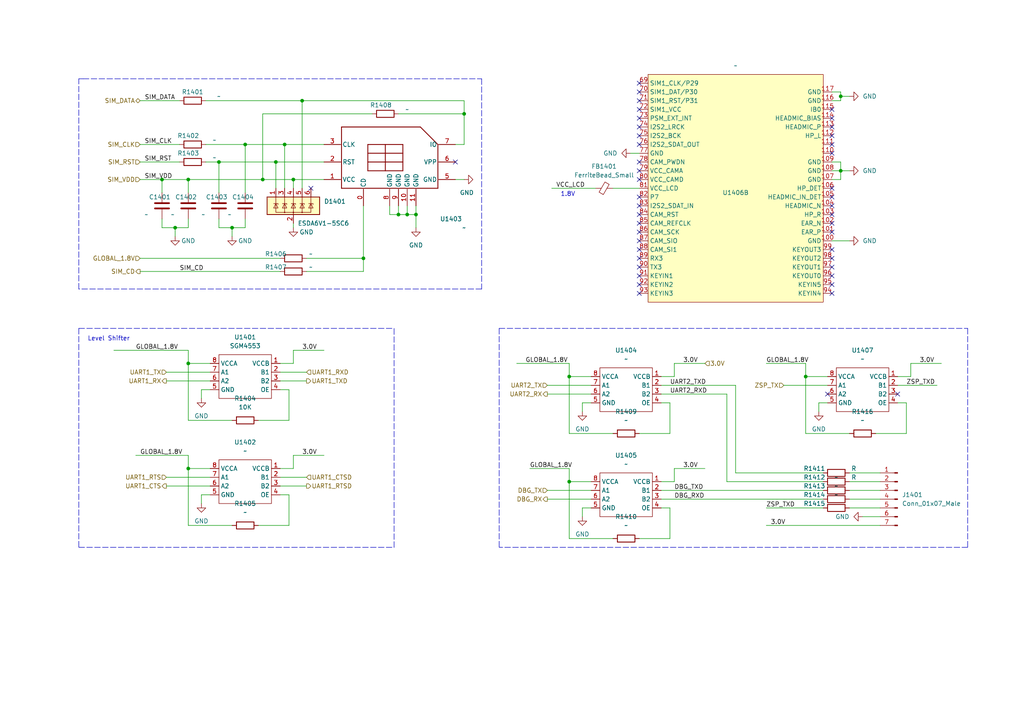
<source format=kicad_sch>
(kicad_sch (version 20211123) (generator eeschema)
  (paper "A4")
  (lib_symbols
    (symbol "Connector:Conn_01x07_Male" (pin_names (offset 1.016) hide)
      (property "Reference" "J" (at 0 10.16 0))
      (property "Value" "Conn_01x07_Male" (at 0 -10.16 0))
      (symbol "Conn_01x07_Male_1_1"
        (polyline (pts (xy 1.27 -7.62) (xy 0.8636 -7.62)) (stroke (width 0.1524)))
        (polyline (pts (xy 1.27 -5.08) (xy 0.8636 -5.08)) (stroke (width 0.1524)))
        (polyline (pts (xy 1.27 -2.54) (xy 0.8636 -2.54)) (stroke (width 0.1524)))
        (polyline (pts (xy 1.27 0) (xy 0.8636 0)) (stroke (width 0.1524)))
        (polyline (pts (xy 1.27 2.54) (xy 0.8636 2.54)) (stroke (width 0.1524)))
        (polyline (pts (xy 1.27 5.08) (xy 0.8636 5.08)) (stroke (width 0.1524)))
        (polyline (pts (xy 1.27 7.62) (xy 0.8636 7.62)) (stroke (width 0.1524)))
        (rectangle (start 0.8636 -7.493) (end 0 -7.747) (stroke (width 0.1524)) (fill (type outline)))
        (rectangle (start 0.8636 -4.953) (end 0 -5.207) (stroke (width 0.1524)) (fill (type outline)))
        (rectangle (start 0.8636 -2.413) (end 0 -2.667) (stroke (width 0.1524)) (fill (type outline)))
        (rectangle (start 0.8636 0.127) (end 0 -0.127) (stroke (width 0.1524)) (fill (type outline)))
        (rectangle (start 0.8636 2.667) (end 0 2.413) (stroke (width 0.1524)) (fill (type outline)))
        (rectangle (start 0.8636 5.207) (end 0 4.953) (stroke (width 0.1524)) (fill (type outline)))
        (rectangle (start 0.8636 7.747) (end 0 7.493) (stroke (width 0.1524)) (fill (type outline)))
        (pin passive line (at 5.08 7.62 180) (length 3.81) (name "Pin_1") (number "1"))
        (pin passive line (at 5.08 5.08 180) (length 3.81) (name "Pin_2") (number "2"))
        (pin passive line (at 5.08 2.54 180) (length 3.81) (name "Pin_3") (number "3"))
        (pin passive line (at 5.08 0 180) (length 3.81) (name "Pin_4") (number "4"))
        (pin passive line (at 5.08 -2.54 180) (length 3.81) (name "Pin_5") (number "5"))
        (pin passive line (at 5.08 -5.08 180) (length 3.81) (name "Pin_6") (number "6"))
        (pin passive line (at 5.08 -7.62 180) (length 3.81) (name "Pin_7") (number "7"))
      )
    )
    (symbol "Device:C" (pin_numbers hide) (pin_names (offset 0.254))
      (property "Reference" "C" (at 0.635 2.54 0))
      (property "Value" "C" (at 0.635 -2.54 0))
      (symbol "C_0_1"
        (polyline (pts (xy -2.032 -0.762) (xy 2.032 -0.762)) (stroke (width 0.508)))
        (polyline (pts (xy -2.032 0.762) (xy 2.032 0.762)) (stroke (width 0.508)))
      )
      (symbol "C_1_1"
        (pin passive line (at 0 3.81 270) (length 2.794) (name "~") (number "1"))
        (pin passive line (at 0 -3.81 90) (length 2.794) (name "~") (number "2"))
      )
    )
    (symbol "Device:FerriteBead_Small" (pin_numbers hide) (pin_names (offset 0))
      (property "Reference" "FB" (at 1.905 1.27 0))
      (property "Value" "FerriteBead_Small" (at 1.905 -1.27 0))
      (symbol "FerriteBead_Small_0_1"
        (polyline (pts (xy 0 -1.27) (xy 0 -0.7874)))
        (polyline (pts (xy 0 0.889) (xy 0 1.2954)))
        (polyline (pts (xy -1.8288 0.2794) (xy -1.1176 1.4986) (xy 1.8288 -0.2032) (xy 1.1176 -1.4224) (xy -1.8288 0.2794)))
      )
      (symbol "FerriteBead_Small_1_1"
        (pin passive line (at 0 2.54 270) (length 1.27) (name "~") (number "1"))
        (pin passive line (at 0 -2.54 90) (length 1.27) (name "~") (number "2"))
      )
    )
    (symbol "Device:R" (pin_numbers hide) (pin_names (offset 0))
      (property "Reference" "R" (at 2.032 0 90))
      (property "Value" "R" (at 0 0 90))
      (symbol "R_0_1"
        (rectangle (start -1.016 -2.54) (end 1.016 2.54) (stroke (width 0.254)))
      )
      (symbol "R_1_1"
        (pin passive line (at 0 3.81 270) (length 1.27) (name "~") (number "1"))
        (pin passive line (at 0 -3.81 90) (length 1.27) (name "~") (number "2"))
      )
    )
    (symbol "Power_Protection:ESDA6V1-5SC6" (pin_names hide)
      (property "Reference" "D" (at -5.08 -3.81 0))
      (property "Value" "ESDA6V1-5SC6" (at 2.54 -3.81 0))
      (symbol "ESDA6V1-5SC6_0_0"
        (pin passive line (at 0 -5.08 90) (length 2.54) (name "GND") (number "2"))
      )
      (symbol "ESDA6V1-5SC6_0_1"
        (rectangle (start -7.62 2.54) (end 7.62 -2.54) (stroke (width 0.254)) (fill (type background)))
        (circle (center -2.54 -1.905) (radius 0.127))
        (circle (center 0 -1.905) (radius 0.127))
        (polyline (pts (xy -2.54 2.54) (xy -2.54 -1.905)))
        (polyline (pts (xy 0 2.54) (xy 0 -2.54)))
        (polyline (pts (xy 2.54 2.54) (xy 2.54 -1.905)))
        (polyline (pts (xy -5.715 0.635) (xy -4.445 0.635) (xy -4.445 0.381)))
        (polyline (pts (xy -3.175 0.635) (xy -1.905 0.635) (xy -1.905 0.381)))
        (polyline (pts (xy -0.635 0.635) (xy 0.635 0.635) (xy 0.635 0.381)))
        (polyline (pts (xy 1.905 0.635) (xy 3.175 0.635) (xy 3.175 0.381)))
        (polyline (pts (xy 4.445 0.635) (xy 5.715 0.635) (xy 5.715 0.381)))
        (polyline (pts (xy -5.715 -0.635) (xy -4.445 -0.635) (xy -5.08 0.635) (xy -5.715 -0.635)))
        (polyline (pts (xy -5.08 2.54) (xy -5.08 -1.905) (xy 5.08 -1.905) (xy 5.08 2.54)))
        (polyline (pts (xy -3.175 -0.635) (xy -1.905 -0.635) (xy -2.54 0.635) (xy -3.175 -0.635)))
        (polyline (pts (xy -0.635 -0.635) (xy 0.635 -0.635) (xy 0 0.635) (xy -0.635 -0.635)))
        (polyline (pts (xy 1.905 -0.635) (xy 3.175 -0.635) (xy 2.54 0.635) (xy 1.905 -0.635)))
        (polyline (pts (xy 4.445 -0.635) (xy 5.715 -0.635) (xy 5.08 0.635) (xy 4.445 -0.635)))
        (circle (center 2.54 -1.905) (radius 0.127))
      )
      (symbol "ESDA6V1-5SC6_1_1"
        (pin passive line (at -5.08 5.08 270) (length 2.54) (name "IO1") (number "1"))
        (pin passive line (at -2.54 5.08 270) (length 2.54) (name "IO2") (number "3"))
        (pin passive line (at 0 5.08 270) (length 2.54) (name "IO3") (number "4"))
        (pin passive line (at 2.54 5.08 270) (length 2.54) (name "IO4") (number "5"))
        (pin passive line (at 5.08 5.08 270) (length 2.54) (name "IO5") (number "6"))
      )
    )
    (symbol "lp-collapse:Air724UG"
      (property "Reference" "U" (at 0 0 0))
      (property "Value" "Air724UG" (at 0 0 0))
      (symbol "Air724UG_1_1"
        (rectangle (start -30.48 30.48) (end 30.48 -30.48) (fill (type background)))
        (pin input line (at -33.02 20.32 0) (length 2.54) (name "RESET") (number "1"))
        (pin input line (at -33.02 -2.54 0) (length 2.54) (name "SIM_DATA") (number "10"))
        (pin output line (at -33.02 -5.08 0) (length 2.54) (name "SIM_RST") (number "11"))
        (pin power_out line (at -33.02 -7.62 0) (length 2.54) (name "SIM_VDD") (number "12"))
        (pin power_in line (at -33.02 -10.16 0) (length 2.54) (name "GND") (number "13"))
        (pin power_in line (at -33.02 -12.7 0) (length 2.54) (name "VBUS") (number "14"))
        (pin bidirectional line (at -33.02 -15.24 0) (length 2.54) (name "USB_DM") (number "15"))
        (pin bidirectional line (at -33.02 -17.78 0) (length 2.54) (name "USB_DP") (number "16"))
        (pin input line (at -33.02 -20.32 0) (length 2.54) (name "GND") (number "17"))
        (pin output line (at -20.32 -33.02 90) (length 2.54) (name "SPK-") (number "18"))
        (pin output line (at -17.78 -33.02 90) (length 2.54) (name "SPK+") (number "19"))
        (pin power_in line (at -33.02 17.78 0) (length 2.54) (name "GND") (number "2"))
        (pin power_in line (at -15.24 -33.02 90) (length 2.54) (name "GND") (number "20"))
        (pin bidirectional line (at -12.7 -33.02 90) (length 2.54) (name "MIC-") (number "21"))
        (pin bidirectional line (at -10.16 -33.02 90) (length 2.54) (name "MIC+") (number "22"))
        (pin power_in line (at -7.62 -33.02 90) (length 2.54) (name "GND") (number "23"))
        (pin power_out line (at -5.08 -33.02 90) (length 2.54) (name "VMMC") (number "24"))
        (pin bidirectional line (at -2.54 -33.02 90) (length 2.54) (name "MMC_DATA2/P27") (number "25"))
        (pin bidirectional line (at 0 -33.02 90) (length 2.54) (name "MMC_DATA3/P28") (number "26"))
        (pin bidirectional line (at 2.54 -33.02 90) (length 2.54) (name "MMC_CMD/P24") (number "27"))
        (pin bidirectional line (at 5.08 -33.02 90) (length 2.54) (name "MMC_CLK") (number "28"))
        (pin bidirectional line (at 7.62 -33.02 90) (length 2.54) (name "MMC_DATA0/P25") (number "29"))
        (pin bidirectional line (at -33.02 15.24 0) (length 2.54) (name "RX2/P20") (number "3"))
        (pin bidirectional line (at 10.16 -33.02 90) (length 2.54) (name "MMC_DATA1/P26") (number "30"))
        (pin bidirectional line (at 12.7 -33.02 90) (length 2.54) (name "I2C2/P15") (number "31"))
        (pin bidirectional line (at 15.24 -33.02 90) (length 2.54) (name "I2C2/P14") (number "32"))
        (pin power_in line (at 17.78 -33.02 90) (length 2.54) (name "GND") (number "33"))
        (pin passive line (at 20.32 -33.02 90) (length 2.54) (name "WIFI_ANT") (number "34"))
        (pin bidirectional line (at 33.02 -20.32 180) (length 2.54) (name "RX1") (number "35"))
        (pin bidirectional line (at 33.02 -17.78 180) (length 2.54) (name "TX1") (number "36"))
        (pin bidirectional line (at 33.02 -15.24 180) (length 2.54) (name "RTS1/P19") (number "37"))
        (pin bidirectional line (at 33.02 -12.7 180) (length 2.54) (name "CTS1/P18") (number "38"))
        (pin bidirectional line (at 33.02 -10.16 180) (length 2.54) (name "WAKEOUT/P3") (number "39"))
        (pin bidirectional line (at -33.02 12.7 0) (length 2.54) (name "TX2/P21") (number "4"))
        (pin bidirectional line (at 33.02 -7.62 180) (length 2.54) (name "AP_WAKEUP_M/P2") (number "40"))
        (pin bidirectional line (at 33.02 -5.08 180) (length 2.54) (name "LCD_DAT/P0") (number "41"))
        (pin bidirectional line (at 33.02 -2.54 180) (length 2.54) (name "LCD_FMARK") (number "42"))
        (pin bidirectional line (at 33.02 0 180) (length 2.54) (name "P13") (number "43"))
        (pin power_in line (at 33.02 2.54 180) (length 2.54) (name "GND") (number "44"))
        (pin power_in line (at 33.02 5.08 180) (length 2.54) (name "GND") (number "45"))
        (pin passive line (at 33.02 7.62 180) (length 2.54) (name "LTE_ANT") (number "46"))
        (pin power_in line (at 33.02 10.16 180) (length 2.54) (name "GND") (number "47"))
        (pin power_in line (at 33.02 12.7 180) (length 2.54) (name "GND") (number "48"))
        (pin output line (at 33.02 15.24 180) (length 2.54) (name "M_STATUS/P5") (number "49"))
        (pin bidirectional line (at -33.02 10.16 0) (length 2.54) (name "TXH") (number "5"))
        (pin bidirectional line (at 33.02 17.78 180) (length 2.54) (name "I2C_SDA/P17") (number "50"))
        (pin bidirectional line (at 33.02 20.32 180) (length 2.54) (name "I2C_SCL") (number "51"))
        (pin bidirectional line (at 20.32 33.02 270) (length 2.54) (name "P9") (number "52"))
        (pin bidirectional line (at 17.78 33.02 270) (length 2.54) (name "P12") (number "53"))
        (pin bidirectional line (at 15.24 33.02 270) (length 2.54) (name "SPI1_CS/P10") (number "54"))
        (pin bidirectional line (at 12.7 33.02 270) (length 2.54) (name "SPI1_MOSI/P11") (number "55"))
        (pin bidirectional line (at 10.16 33.02 270) (length 2.54) (name "LCD_RST") (number "56"))
        (pin bidirectional line (at 7.62 33.02 270) (length 2.54) (name "LCD_SEL/NET_M/P4") (number "57"))
        (pin output line (at 5.08 33.02 270) (length 2.54) (name "LCD_DC/NET_STATUS/P1") (number "58"))
        (pin power_in line (at 2.54 33.02 270) (length 2.54) (name "VBAT") (number "59"))
        (pin bidirectional line (at -33.02 7.62 0) (length 2.54) (name "RXH") (number "6"))
        (pin power_in line (at 0 33.02 270) (length 2.54) (name "VBAT") (number "60"))
        (pin input line (at -2.54 33.02 270) (length 2.54) (name "GND") (number "61"))
        (pin input line (at -5.08 33.02 270) (length 2.54) (name "GND") (number "62"))
        (pin input line (at -7.62 33.02 270) (length 2.54) (name "ADC2") (number "63"))
        (pin input line (at -10.16 33.02 270) (length 2.54) (name "ADC3") (number "64"))
        (pin power_out line (at -12.7 33.02 270) (length 2.54) (name "1V8") (number "65"))
        (pin input line (at -15.24 33.02 270) (length 2.54) (name "BOOT/KEY0") (number "66"))
        (pin input line (at -17.78 33.02 270) (length 2.54) (name "~") (number "67"))
        (pin input line (at -20.32 33.02 270) (length 2.54) (name "PWRWKY") (number "68"))
        (pin bidirectional line (at -33.02 5.08 0) (length 2.54) (name "TXZ/P22") (number "7"))
        (pin input line (at -33.02 2.54 0) (length 2.54) (name "SIM_CD/P23") (number "8"))
        (pin output line (at -33.02 0 0) (length 2.54) (name "SM_CLK") (number "9"))
      )
      (symbol "Air724UG_2_1"
        (rectangle (start -25.4 34.29) (end 25.4 -31.75) (fill (type background)))
        (pin power_in line (at 27.94 -13.97 180) (length 2.54) (name "GND") (number "100"))
        (pin bidirectional line (at 27.94 -11.43 180) (length 2.54) (name "EAR_P") (number "101"))
        (pin bidirectional line (at 27.94 -8.89 180) (length 2.54) (name "EAR_N") (number "102"))
        (pin bidirectional line (at 27.94 -6.35 180) (length 2.54) (name "HP_R") (number "103"))
        (pin bidirectional line (at 27.94 -3.81 180) (length 2.54) (name "HEADMIC_N") (number "104"))
        (pin bidirectional line (at 27.94 -1.27 180) (length 2.54) (name "HEADMIC_IN_DET") (number "105"))
        (pin bidirectional line (at 27.94 1.27 180) (length 2.54) (name "HP_DET") (number "106"))
        (pin power_in line (at 27.94 3.81 180) (length 2.54) (name "GND") (number "107"))
        (pin power_in line (at 27.94 6.35 180) (length 2.54) (name "GND") (number "108"))
        (pin power_in line (at 27.94 8.89 180) (length 2.54) (name "GND") (number "109"))
        (pin bidirectional line (at 27.94 11.43 180) (length 2.54) (name "~") (number "110"))
        (pin bidirectional line (at 27.94 13.97 180) (length 2.54) (name "~") (number "111"))
        (pin bidirectional line (at 27.94 16.51 180) (length 2.54) (name "HP_L") (number "112"))
        (pin bidirectional line (at 27.94 19.05 180) (length 2.54) (name "HEADMIC_P") (number "113"))
        (pin bidirectional line (at 27.94 21.59 180) (length 2.54) (name "HEADMIC_BIAS") (number "114"))
        (pin open_collector line (at 27.94 24.13 180) (length 2.54) (name "IB0") (number "115"))
        (pin power_in line (at 27.94 26.67 180) (length 2.54) (name "GND") (number "116"))
        (pin power_in line (at 27.94 29.21 180) (length 2.54) (name "GND") (number "117"))
        (pin bidirectional line (at -27.94 31.75 0) (length 2.54) (name "SIM1_CLK/P29") (number "69"))
        (pin bidirectional line (at -27.94 29.21 0) (length 2.54) (name "SIM1_DAT/P30") (number "70"))
        (pin bidirectional line (at -27.94 26.67 0) (length 2.54) (name "SIM1_RST/P31") (number "71"))
        (pin power_out line (at -27.94 24.13 0) (length 2.54) (name "SIM1_VCC") (number "72"))
        (pin bidirectional line (at -27.94 21.59 0) (length 2.54) (name "PSM_EXT_INT") (number "73"))
        (pin bidirectional line (at -27.94 19.05 0) (length 2.54) (name "I2S2_LRCK") (number "74"))
        (pin bidirectional line (at -27.94 16.51 0) (length 2.54) (name "I2S2_BCK") (number "75"))
        (pin bidirectional line (at -27.94 13.97 0) (length 2.54) (name "I2S2_SDAT_OUT") (number "76"))
        (pin power_in line (at -27.94 11.43 0) (length 2.54) (name "GND") (number "77"))
        (pin input line (at -27.94 8.89 0) (length 2.54) (name "CAM_PWDN") (number "78"))
        (pin power_out line (at -27.94 6.35 0) (length 2.54) (name "VCC_CAMA") (number "79"))
        (pin power_out line (at -27.94 3.81 0) (length 2.54) (name "VCC_CAMD") (number "80"))
        (pin power_out line (at -27.94 1.27 0) (length 2.54) (name "VCC_LCD") (number "81"))
        (pin bidirectional line (at -27.94 -1.27 0) (length 2.54) (name "P7") (number "82"))
        (pin bidirectional line (at -27.94 -3.81 0) (length 2.54) (name "I2S2_SDAT_IN") (number "83"))
        (pin bidirectional line (at -27.94 -6.35 0) (length 2.54) (name "CAM_RST") (number "84"))
        (pin bidirectional line (at -27.94 -8.89 0) (length 2.54) (name "CAM_REFCLK") (number "85"))
        (pin bidirectional line (at -27.94 -11.43 0) (length 2.54) (name "CAM_SCK") (number "86"))
        (pin bidirectional line (at -27.94 -13.97 0) (length 2.54) (name "CAM_SIO") (number "87"))
        (pin bidirectional line (at -27.94 -16.51 0) (length 2.54) (name "CAM_SI1") (number "88"))
        (pin bidirectional line (at -27.94 -19.05 0) (length 2.54) (name "RX3") (number "89"))
        (pin bidirectional line (at -27.94 -21.59 0) (length 2.54) (name "TX3") (number "90"))
        (pin bidirectional line (at -27.94 -24.13 0) (length 2.54) (name "KEYIN1") (number "91"))
        (pin bidirectional line (at -27.94 -26.67 0) (length 2.54) (name "KEYIN2") (number "92"))
        (pin bidirectional line (at -27.94 -29.21 0) (length 2.54) (name "KEYIN3") (number "93"))
        (pin bidirectional line (at 27.94 -29.21 180) (length 2.54) (name "KEYIN4") (number "94"))
        (pin bidirectional line (at 27.94 -26.67 180) (length 2.54) (name "KEYIN5") (number "95"))
        (pin bidirectional line (at 27.94 -24.13 180) (length 2.54) (name "KEYOUT0") (number "96"))
        (pin bidirectional line (at 27.94 -21.59 180) (length 2.54) (name "KEYOUT1") (number "97"))
        (pin bidirectional line (at 27.94 -19.05 180) (length 2.54) (name "KEYOUT2") (number "98"))
        (pin bidirectional line (at 27.94 -16.51 180) (length 2.54) (name "KEYOUT3") (number "99"))
      )
    )
    (symbol "lp-collapse:SGM4553"
      (property "Reference" "U" (at 0 10.16 0))
      (property "Value" "SGM4553" (at 0 7.62 0))
      (symbol "SGM4553_0_1"
        (rectangle (start -7.62 -6.35) (end 7.62 6.35))
      )
      (symbol "SGM4553_1_1"
        (pin input line (at -10.16 3.81 0) (length 2.54) (name "VCCB") (number "1"))
        (pin input line (at -10.16 1.27 0) (length 2.54) (name "B1") (number "2"))
        (pin input line (at -10.16 -1.27 0) (length 2.54) (name "B2") (number "3"))
        (pin input line (at -10.16 -3.81 0) (length 2.54) (name "OE") (number "4"))
        (pin input line (at 10.16 -3.81 180) (length 2.54) (name "GND") (number "5"))
        (pin input line (at 10.16 -1.27 180) (length 2.54) (name "A2") (number "6"))
        (pin input line (at 10.16 1.27 180) (length 2.54) (name "A1") (number "7"))
        (pin input line (at 10.16 3.81 180) (length 2.54) (name "VCCA") (number "8"))
      )
    )
    (symbol "lp-collapse:SMC-202-7"
      (property "Reference" "U" (at -3.81 11.43 0))
      (property "Value" "SMC-202-7" (at 7.62 11.43 0))
      (symbol "SMC-202-7_1_1"
        (polyline (pts (xy -12.7 -8.89) (xy -12.7 8.89)) (stroke (width 0.254)))
        (polyline (pts (xy -12.7 8.89) (xy 10.16 8.89)) (stroke (width 0.254)))
        (polyline (pts (xy -10.16 1.27) (xy -10.16 1.27)) (stroke (width 0.254)))
        (polyline (pts (xy -5.08 -3.81) (xy 5.08 -3.81)) (stroke (width 0.254)))
        (polyline (pts (xy -5.08 -1.27) (xy 5.08 -1.27)) (stroke (width 0.254)))
        (polyline (pts (xy -5.08 1.27) (xy 5.08 1.27)) (stroke (width 0.254)))
        (polyline (pts (xy -5.08 3.81) (xy -5.08 -3.81)) (stroke (width 0.254)))
        (polyline (pts (xy 0 -3.81) (xy 0 3.81)) (stroke (width 0.254)))
        (polyline (pts (xy 5.08 -3.81) (xy 5.08 3.81)) (stroke (width 0.254)))
        (polyline (pts (xy 5.08 3.81) (xy -5.08 3.81)) (stroke (width 0.254)))
        (polyline (pts (xy 10.16 8.89) (xy 15.24 3.81)) (stroke (width 0.254)))
        (polyline (pts (xy 15.24 -8.89) (xy -12.7 -8.89)) (stroke (width 0.254)))
        (polyline (pts (xy 15.24 3.81) (xy 15.24 -8.89)) (stroke (width 0.254)))
        (pin passive line (at -6.35 -13.97 90) (length 4.826) (name "CD") (number "0"))
        (pin passive line (at -17.78 -6.35 0) (length 4.826) (name "VCC") (number "1"))
        (pin passive line (at 6.35 -13.97 90) (length 4.826) (name "GND") (number "10"))
        (pin passive line (at 8.89 -13.97 90) (length 4.826) (name "GND") (number "11"))
        (pin passive line (at -17.78 -1.27 0) (length 4.826) (name "RST") (number "2"))
        (pin passive line (at -17.78 3.81 0) (length 4.826) (name "CLK") (number "3"))
        (pin passive line (at 20.32 -6.35 180) (length 4.826) (name "GND") (number "5"))
        (pin passive line (at 20.32 -1.27 180) (length 4.826) (name "VPP") (number "6"))
        (pin passive line (at 20.32 3.81 180) (length 4.826) (name "IO") (number "7"))
        (pin passive line (at 1.27 -13.97 90) (length 4.826) (name "GND") (number "8"))
        (pin passive line (at 3.81 -13.97 90) (length 4.826) (name "GND") (number "9"))
      )
    )
    (symbol "power:GND" (power) (pin_names (offset 0))
      (property "Value" "GND" (at 0 -3.81 0))
      (symbol "GND_0_1"
        (polyline (pts (xy 0 0) (xy 0 -1.27) (xy 1.27 -1.27) (xy 0 -2.54) (xy -1.27 -1.27) (xy 0 -1.27)))
      )
      (symbol "GND_1_1"
        (pin power_in line (at 0 0 270) (length 0) hide (name "GND") (number "1"))
      )
    )
  )
  (junction (at 54.61 135.89))
  (junction (at 46.99 52.07))
  (junction (at 82.55 41.91))
  (junction (at 76.2 52.07))
  (junction (at 87.63 29.21))
  (junction (at 67.31 66.04))
  (junction (at 80.01 46.99))
  (junction (at 105.41 74.93))
  (junction (at 134.62 33.02))
  (junction (at 71.12 41.91))
  (junction (at 233.68 109.22))
  (junction (at 54.61 52.07))
  (junction (at 63.5 46.99))
  (junction (at 85.09 52.07))
  (junction (at 120.65 62.23))
  (junction (at 118.11 62.23))
  (junction (at 243.84 27.94))
  (junction (at 115.57 62.23))
  (junction (at 54.61 105.41))
  (junction (at 243.84 49.53))
  (junction (at 165.1 139.7))
  (junction (at 165.1 109.22))
  (junction (at 50.8 66.04))
  (no_connect (at 90.17 54.61))
  (no_connect (at 132.08 46.99))
  (no_connect (at 241.3 39.37))
  (no_connect (at 241.3 36.83))
  (no_connect (at 241.3 31.75))
  (no_connect (at 241.3 34.29))
  (no_connect (at 241.3 59.69))
  (no_connect (at 241.3 57.15))
  (no_connect (at 241.3 54.61))
  (no_connect (at 241.3 44.45))
  (no_connect (at 241.3 41.91))
  (no_connect (at 185.42 85.09))
  (no_connect (at 185.42 82.55))
  (no_connect (at 185.42 77.47))
  (no_connect (at 185.42 80.01))
  (no_connect (at 185.42 29.21))
  (no_connect (at 185.42 26.67))
  (no_connect (at 185.42 24.13))
  (no_connect (at 185.42 62.23))
  (no_connect (at 185.42 59.69))
  (no_connect (at 185.42 57.15))
  (no_connect (at 241.3 82.55))
  (no_connect (at 241.3 85.09))
  (no_connect (at 241.3 74.93))
  (no_connect (at 241.3 77.47))
  (no_connect (at 241.3 80.01))
  (no_connect (at 241.3 62.23))
  (no_connect (at 241.3 72.39))
  (no_connect (at 241.3 67.31))
  (no_connect (at 241.3 64.77))
  (no_connect (at 185.42 64.77))
  (no_connect (at 185.42 67.31))
  (no_connect (at 185.42 69.85))
  (no_connect (at 185.42 72.39))
  (no_connect (at 185.42 74.93))
  (no_connect (at 185.42 39.37))
  (no_connect (at 185.42 36.83))
  (no_connect (at 185.42 34.29))
  (no_connect (at 185.42 31.75))
  (no_connect (at 185.42 46.99))
  (no_connect (at 185.42 41.91))
  (no_connect (at 185.42 52.07))
  (no_connect (at 185.42 49.53))
  (no_connect (at 240.03 114.3))
  (no_connect (at 260.35 114.3))
  (wire (pts (xy 48.26 110.49) (xy 60.96 110.49)))
  (wire (pts (xy 168.91 116.84) (xy 168.91 119.38)))
  (wire (pts (xy 246.38 125.73) (xy 233.68 125.73)))
  (wire (pts (xy 243.84 49.53) (xy 243.84 52.07)))
  (wire (pts (xy 134.62 33.02) (xy 134.62 29.21)))
  (wire (pts (xy 85.09 52.07) (xy 85.09 54.61)))
  (wire (pts (xy 222.25 147.32) (xy 238.76 147.32)))
  (polyline (pts (xy 22.86 95.25) (xy 22.86 158.75)))
  (wire (pts (xy 246.38 144.78) (xy 255.27 144.78)))
  (wire (pts (xy 132.08 41.91) (xy 134.62 41.91)))
  (polyline (pts (xy 22.86 95.25) (xy 114.3 95.25)))
  (wire (pts (xy 241.3 26.67) (xy 243.84 26.67)))
  (wire (pts (xy 233.68 125.73) (xy 233.68 109.22)))
  (wire (pts (xy 194.31 156.21) (xy 185.42 156.21)))
  (polyline (pts (xy 144.78 95.25) (xy 144.78 158.75)))
  (wire (pts (xy 158.75 144.78) (xy 171.45 144.78)))
  (wire (pts (xy 71.12 66.04) (xy 71.12 63.5)))
  (wire (pts (xy 118.11 59.69) (xy 118.11 62.23)))
  (wire (pts (xy 80.01 46.99) (xy 93.98 46.99)))
  (wire (pts (xy 165.1 156.21) (xy 165.1 139.7)))
  (polyline (pts (xy 22.86 83.82) (xy 22.86 22.86)))
  (wire (pts (xy 83.82 152.4) (xy 74.93 152.4)))
  (wire (pts (xy 81.28 135.89) (xy 85.09 135.89)))
  (wire (pts (xy 85.09 101.6) (xy 93.98 101.6)))
  (polyline (pts (xy 24.13 22.86) (xy 139.7 22.86)))
  (wire (pts (xy 191.77 114.3) (xy 210.82 114.3)))
  (wire (pts (xy 243.84 27.94) (xy 246.38 27.94)))
  (wire (pts (xy 115.57 62.23) (xy 118.11 62.23)))
  (wire (pts (xy 105.41 74.93) (xy 105.41 78.74)))
  (wire (pts (xy 118.11 62.23) (xy 120.65 62.23)))
  (wire (pts (xy 67.31 66.04) (xy 67.31 68.58)))
  (wire (pts (xy 165.1 109.22) (xy 165.1 105.41)))
  (wire (pts (xy 177.8 156.21) (xy 165.1 156.21)))
  (wire (pts (xy 81.28 110.49) (xy 88.9 110.49)))
  (wire (pts (xy 134.62 29.21) (xy 87.63 29.21)))
  (wire (pts (xy 246.38 137.16) (xy 255.27 137.16)))
  (wire (pts (xy 262.89 116.84) (xy 262.89 125.73)))
  (wire (pts (xy 40.64 52.07) (xy 46.99 52.07)))
  (wire (pts (xy 243.84 52.07) (xy 241.3 52.07)))
  (wire (pts (xy 165.1 125.73) (xy 165.1 109.22)))
  (wire (pts (xy 241.3 49.53) (xy 243.84 49.53)))
  (wire (pts (xy 171.45 116.84) (xy 168.91 116.84)))
  (wire (pts (xy 46.99 66.04) (xy 50.8 66.04)))
  (wire (pts (xy 191.77 109.22) (xy 195.58 109.22)))
  (wire (pts (xy 46.99 63.5) (xy 46.99 66.04)))
  (wire (pts (xy 60.96 143.51) (xy 58.42 143.51)))
  (wire (pts (xy 85.09 52.07) (xy 93.98 52.07)))
  (wire (pts (xy 149.86 105.41) (xy 165.1 105.41)))
  (wire (pts (xy 63.5 63.5) (xy 63.5 66.04)))
  (wire (pts (xy 50.8 66.04) (xy 50.8 68.58)))
  (wire (pts (xy 191.77 139.7) (xy 195.58 139.7)))
  (wire (pts (xy 76.2 33.02) (xy 76.2 52.07)))
  (wire (pts (xy 39.37 132.08) (xy 54.61 132.08)))
  (wire (pts (xy 105.41 59.69) (xy 105.41 74.93)))
  (wire (pts (xy 82.55 41.91) (xy 93.98 41.91)))
  (wire (pts (xy 54.61 105.41) (xy 54.61 101.6)))
  (wire (pts (xy 71.12 41.91) (xy 71.12 55.88)))
  (wire (pts (xy 134.62 33.02) (xy 134.62 41.91)))
  (polyline (pts (xy 22.86 22.86) (xy 24.13 22.86)))
  (wire (pts (xy 40.64 78.74) (xy 81.28 78.74)))
  (wire (pts (xy 191.77 142.24) (xy 238.76 142.24)))
  (wire (pts (xy 48.26 140.97) (xy 60.96 140.97)))
  (wire (pts (xy 153.67 135.89) (xy 165.1 135.89)))
  (wire (pts (xy 113.03 59.69) (xy 113.03 62.23)))
  (wire (pts (xy 115.57 33.02) (xy 134.62 33.02)))
  (wire (pts (xy 177.8 54.61) (xy 185.42 54.61)))
  (wire (pts (xy 67.31 66.04) (xy 71.12 66.04)))
  (wire (pts (xy 81.28 138.43) (xy 88.9 138.43)))
  (wire (pts (xy 194.31 116.84) (xy 194.31 125.73)))
  (wire (pts (xy 195.58 135.89) (xy 204.47 135.89)))
  (wire (pts (xy 85.09 135.89) (xy 85.09 132.08)))
  (wire (pts (xy 243.84 49.53) (xy 246.38 49.53)))
  (wire (pts (xy 233.68 109.22) (xy 233.68 105.41)))
  (wire (pts (xy 264.16 105.41) (xy 273.05 105.41)))
  (wire (pts (xy 54.61 121.92) (xy 54.61 105.41)))
  (wire (pts (xy 213.36 111.76) (xy 213.36 137.16)))
  (wire (pts (xy 191.77 116.84) (xy 194.31 116.84)))
  (wire (pts (xy 63.5 46.99) (xy 80.01 46.99)))
  (wire (pts (xy 195.58 139.7) (xy 195.58 135.89)))
  (wire (pts (xy 81.28 113.03) (xy 83.82 113.03)))
  (polyline (pts (xy 280.67 158.75) (xy 144.78 158.75)))
  (wire (pts (xy 67.31 152.4) (xy 54.61 152.4)))
  (wire (pts (xy 210.82 139.7) (xy 238.76 139.7)))
  (wire (pts (xy 213.36 137.16) (xy 238.76 137.16)))
  (wire (pts (xy 60.96 105.41) (xy 54.61 105.41)))
  (wire (pts (xy 132.08 52.07) (xy 134.62 52.07)))
  (wire (pts (xy 246.38 139.7) (xy 255.27 139.7)))
  (wire (pts (xy 67.31 121.92) (xy 54.61 121.92)))
  (wire (pts (xy 40.64 74.93) (xy 81.28 74.93)))
  (polyline (pts (xy 144.78 95.25) (xy 280.67 95.25)))
  (wire (pts (xy 262.89 125.73) (xy 254 125.73)))
  (wire (pts (xy 182.88 44.45) (xy 185.42 44.45)))
  (wire (pts (xy 71.12 41.91) (xy 82.55 41.91)))
  (wire (pts (xy 85.09 64.77) (xy 85.09 66.04)))
  (wire (pts (xy 191.77 147.32) (xy 194.31 147.32)))
  (wire (pts (xy 177.8 125.73) (xy 165.1 125.73)))
  (polyline (pts (xy 139.7 83.82) (xy 22.86 83.82)))
  (wire (pts (xy 80.01 46.99) (xy 80.01 54.61)))
  (wire (pts (xy 113.03 62.23) (xy 115.57 62.23)))
  (wire (pts (xy 195.58 105.41) (xy 204.47 105.41)))
  (wire (pts (xy 222.25 152.4) (xy 255.27 152.4)))
  (wire (pts (xy 210.82 114.3) (xy 210.82 139.7)))
  (wire (pts (xy 85.09 132.08) (xy 93.98 132.08)))
  (wire (pts (xy 83.82 121.92) (xy 74.93 121.92)))
  (wire (pts (xy 246.38 147.32) (xy 255.27 147.32)))
  (wire (pts (xy 168.91 147.32) (xy 168.91 149.86)))
  (wire (pts (xy 171.45 139.7) (xy 165.1 139.7)))
  (wire (pts (xy 165.1 139.7) (xy 165.1 135.89)))
  (wire (pts (xy 158.75 111.76) (xy 171.45 111.76)))
  (wire (pts (xy 59.69 41.91) (xy 71.12 41.91)))
  (wire (pts (xy 191.77 144.78) (xy 238.76 144.78)))
  (wire (pts (xy 260.35 111.76) (xy 271.78 111.76)))
  (wire (pts (xy 54.61 135.89) (xy 54.61 132.08)))
  (wire (pts (xy 76.2 52.07) (xy 85.09 52.07)))
  (wire (pts (xy 222.25 105.41) (xy 233.68 105.41)))
  (wire (pts (xy 240.03 109.22) (xy 233.68 109.22)))
  (wire (pts (xy 260.35 116.84) (xy 262.89 116.84)))
  (wire (pts (xy 171.45 147.32) (xy 168.91 147.32)))
  (polyline (pts (xy 280.67 95.25) (xy 280.67 158.75)))
  (wire (pts (xy 158.75 114.3) (xy 171.45 114.3)))
  (wire (pts (xy 81.28 140.97) (xy 88.9 140.97)))
  (wire (pts (xy 63.5 66.04) (xy 67.31 66.04)))
  (wire (pts (xy 54.61 52.07) (xy 76.2 52.07)))
  (wire (pts (xy 160.02 54.61) (xy 172.72 54.61)))
  (wire (pts (xy 171.45 109.22) (xy 165.1 109.22)))
  (wire (pts (xy 264.16 109.22) (xy 264.16 105.41)))
  (wire (pts (xy 87.63 29.21) (xy 87.63 54.61)))
  (wire (pts (xy 63.5 46.99) (xy 63.5 55.88)))
  (wire (pts (xy 60.96 135.89) (xy 54.61 135.89)))
  (wire (pts (xy 250.19 149.86) (xy 255.27 149.86)))
  (wire (pts (xy 48.26 138.43) (xy 60.96 138.43)))
  (wire (pts (xy 58.42 143.51) (xy 58.42 146.05)))
  (wire (pts (xy 243.84 26.67) (xy 243.84 27.94)))
  (wire (pts (xy 237.49 116.84) (xy 237.49 119.38)))
  (wire (pts (xy 83.82 143.51) (xy 83.82 152.4)))
  (wire (pts (xy 52.07 41.91) (xy 40.64 41.91)))
  (wire (pts (xy 81.28 143.51) (xy 83.82 143.51)))
  (wire (pts (xy 81.28 105.41) (xy 85.09 105.41)))
  (wire (pts (xy 120.65 62.23) (xy 120.65 66.04)))
  (wire (pts (xy 48.26 107.95) (xy 60.96 107.95)))
  (wire (pts (xy 83.82 113.03) (xy 83.82 121.92)))
  (wire (pts (xy 40.64 46.99) (xy 52.07 46.99)))
  (polyline (pts (xy 22.86 158.75) (xy 114.3 158.75)))
  (wire (pts (xy 60.96 113.03) (xy 58.42 113.03)))
  (wire (pts (xy 120.65 59.69) (xy 120.65 62.23)))
  (wire (pts (xy 58.42 113.03) (xy 58.42 115.57)))
  (wire (pts (xy 260.35 109.22) (xy 264.16 109.22)))
  (wire (pts (xy 59.69 29.21) (xy 87.63 29.21)))
  (wire (pts (xy 52.07 29.21) (xy 40.64 29.21)))
  (wire (pts (xy 227.33 111.76) (xy 240.03 111.76)))
  (wire (pts (xy 50.8 66.04) (xy 54.61 66.04)))
  (wire (pts (xy 59.69 46.99) (xy 63.5 46.99)))
  (wire (pts (xy 243.84 46.99) (xy 243.84 49.53)))
  (wire (pts (xy 81.28 107.95) (xy 88.9 107.95)))
  (wire (pts (xy 240.03 116.84) (xy 237.49 116.84)))
  (wire (pts (xy 46.99 52.07) (xy 54.61 52.07)))
  (wire (pts (xy 191.77 111.76) (xy 213.36 111.76)))
  (wire (pts (xy 158.75 142.24) (xy 171.45 142.24)))
  (polyline (pts (xy 114.3 158.75) (xy 114.3 95.25)))
  (wire (pts (xy 194.31 147.32) (xy 194.31 156.21)))
  (polyline (pts (xy 139.7 22.86) (xy 139.7 83.82)))
  (wire (pts (xy 195.58 109.22) (xy 195.58 105.41)))
  (wire (pts (xy 46.99 52.07) (xy 46.99 55.88)))
  (wire (pts (xy 241.3 46.99) (xy 243.84 46.99)))
  (wire (pts (xy 115.57 59.69) (xy 115.57 62.23)))
  (wire (pts (xy 54.61 66.04) (xy 54.61 63.5)))
  (wire (pts (xy 194.31 125.73) (xy 185.42 125.73)))
  (wire (pts (xy 88.9 78.74) (xy 105.41 78.74)))
  (wire (pts (xy 243.84 29.21) (xy 241.3 29.21)))
  (wire (pts (xy 85.09 105.41) (xy 85.09 101.6)))
  (wire (pts (xy 241.3 69.85) (xy 246.38 69.85)))
  (wire (pts (xy 54.61 52.07) (xy 54.61 55.88)))
  (wire (pts (xy 243.84 27.94) (xy 243.84 29.21)))
  (wire (pts (xy 82.55 41.91) (xy 82.55 54.61)))
  (wire (pts (xy 107.95 33.02) (xy 76.2 33.02)))
  (wire (pts (xy 33.02 101.6) (xy 54.61 101.6)))
  (wire (pts (xy 88.9 74.93) (xy 105.41 74.93)))
  (wire (pts (xy 246.38 142.24) (xy 255.27 142.24)))
  (wire (pts (xy 54.61 152.4) (xy 54.61 135.89)))
  (text "Level Shifter" (at 25.4 99.06 0) (effects (font (size 1.27 1.27)) (justify left bottom)))
  (text "1.8V" (at 162.56 57.15 0) (effects (font (size 1.27 1.27)) (justify left bottom)))
  (label "UART2_TXD" (at 194.31 111.76 0))
  (label "GLOBAL_1.8V" (at 222.25 105.41 0))
  (label "3.0V" (at 198.12 135.89 0))
  (label "SIM_CD" (at 52.07 78.74 0))
  (label "GLOBAL_1.8V" (at 152.4 105.41 0))
  (label "ZSP_TXD" (at 222.25 147.32 0))
  (label "3.0V" (at 223.52 152.4 0))
  (label "GLOBAL_1.8V" (at 39.37 101.6 0))
  (label "3.0V" (at 87.63 101.6 0))
  (label "SIM_RST" (at 41.91 46.99 0))
  (label "SIM_DATA" (at 50.8 29.21 180))
  (label "GLOBAL_1.8V" (at 153.67 135.89 0))
  (label "GLOBAL_1.8V" (at 40.64 132.08 0))
  (label "3.0V" (at 198.12 105.41 0))
  (label "VCC_LCD" (at 161.29 54.61 0))
  (label "3.0V" (at 87.63 132.08 0))
  (label "SIM_VDD" (at 41.91 52.07 0))
  (label "DBG_RXD" (at 195.58 144.78 0))
  (label "DBG_TXD" (at 195.58 142.24 0))
  (label "3.0V" (at 266.7 105.41 0))
  (label "SIM_CLK" (at 41.91 41.91 0))
  (label "UART2_RXD" (at 194.31 114.3 0))
  (label "ZSP_TXD" (at 262.89 111.76 0))
  (hierarchical_label "UART1_RTSD" (shape output) (at 88.9 140.97 0))
  (hierarchical_label "UART2_RX" (shape output) (at 158.75 114.3 180))
  (hierarchical_label "3.0V" (shape input) (at 204.47 105.41 0))
  (hierarchical_label "UART1_TXD" (shape output) (at 88.9 110.49 0))
  (hierarchical_label "GLOBAL_1.8V" (shape input) (at 40.64 74.93 180))
  (hierarchical_label "UART2_TX" (shape input) (at 158.75 111.76 180))
  (hierarchical_label "UART1_RXD" (shape input) (at 88.9 107.95 0))
  (hierarchical_label "DBG_RX" (shape output) (at 158.75 144.78 180))
  (hierarchical_label "SIM_RST" (shape input) (at 40.64 46.99 180))
  (hierarchical_label "UART1_RTS" (shape input) (at 48.26 138.43 180))
  (hierarchical_label "UART1_TX" (shape input) (at 48.26 107.95 180))
  (hierarchical_label "ZSP_TX" (shape input) (at 227.33 111.76 180))
  (hierarchical_label "SIM_CD" (shape output) (at 40.64 78.74 180))
  (hierarchical_label "UART1_RX" (shape output) (at 48.26 110.49 180))
  (hierarchical_label "UART1_CTSD" (shape input) (at 88.9 138.43 0))
  (hierarchical_label "SIM_DATA" (shape bidirectional) (at 40.64 29.21 180))
  (hierarchical_label "UART1_CTS" (shape output) (at 48.26 140.97 180))
  (hierarchical_label "SIM_CLK" (shape input) (at 40.64 41.91 180))
  (hierarchical_label "SIM_VDD" (shape input) (at 40.64 52.07 180))
  (hierarchical_label "DBG_TX" (shape input) (at 158.75 142.24 180))
  (symbol (lib_id "Device:R") (at 85.09 78.74 90) (unit 1)
    (property "Reference" "R1407" (at 80.01 77.47 90))
    (property "Value" "~" (at 90.17 77.47 90))
  )
  (symbol (lib_id "power:GND") (at 58.42 115.57 0) (unit 1)
    (property "Reference" "#PWR01402" (effects hide))
    (property "Value" "GND" (at 58.42 120.65 0))
  )
  (symbol (lib_id "power:GND") (at 246.38 49.53 90) (unit 1)
    (property "Reference" "#PWR01413" (effects hide))
    (property "Value" "~" (at 250.19 49.5299 90) (effects (justify right)))
  )
  (symbol (lib_id "Device:R") (at 55.88 46.99 90) (unit 1)
    (property "Reference" "R1403" (at 54.61 44.45 90))
    (property "Value" "~" (at 62.23 45.72 90))
  )
  (symbol (lib_id "Device:R") (at 71.12 152.4 90) (unit 1)
    (property "Reference" "R1405" (at 71.12 146.05 90))
    (property "Value" "~" (at 71.12 148.59 90))
  )
  (symbol (lib_id "Device:R") (at 242.57 144.78 90) (unit 1)
    (property "Reference" "R1414" (at 236.22 143.51 90))
    (property "Value" "~" (at 242.57 140.97 90))
  )
  (symbol (lib_id "power:GND") (at 168.91 119.38 0) (unit 1)
    (property "Reference" "#PWR01408" (effects hide))
    (property "Value" "~" (at 168.91 124.46 0))
  )
  (symbol (lib_id "power:GND") (at 50.8 68.58 0) (unit 1)
    (property "Reference" "#PWR01401" (effects hide))
    (property "Value" "~" (at 54.61 69.85 0))
  )
  (symbol (lib_id "Device:R") (at 242.57 137.16 90) (unit 1)
    (property "Reference" "R1411" (at 236.22 135.89 90))
    (property "Value" "R" (at 247.65 135.89 90))
  )
  (symbol (lib_id "Device:R") (at 250.19 125.73 90) (unit 1)
    (property "Reference" "R1416" (at 250.19 119.38 90))
    (property "Value" "~" (at 250.19 121.92 90))
  )
  (symbol (lib_id "power:GND") (at 246.38 69.85 90) (unit 1)
    (property "Reference" "#PWR01414" (effects hide))
    (property "Value" "~" (at 250.19 69.8499 90) (effects (justify right)))
  )
  (symbol (lib_id "Device:R") (at 55.88 29.21 270) (mirror x) (unit 1)
    (property "Reference" "R1401" (at 55.88 26.67 90))
    (property "Value" "~" (at 63.5 27.94 90))
  )
  (symbol (lib_id "lp-collapse:SGM4553") (at 181.61 113.03 0) (mirror y) (unit 1)
    (property "Reference" "U1404" (at 181.61 101.6 0))
    (property "Value" "~" (at 181.61 104.14 0))
  )
  (symbol (lib_id "Device:R") (at 181.61 156.21 90) (unit 1)
    (property "Reference" "R1410" (at 181.61 149.86 90))
    (property "Value" "~" (at 181.61 152.4 90))
  )
  (symbol (lib_id "Device:C") (at 71.12 59.69 0) (unit 1)
    (property "Reference" "C1404" (at 67.31 57.15 0) (effects (justify left)))
    (property "Value" "~" (at 66.04 62.23 0) (effects (justify left)))
  )
  (symbol (lib_id "lp-collapse:SMC-202-7") (at 111.76 45.72 0) (unit 1)
    (property "Reference" "U1403" (at 130.81 63.5 0))
    (property "Value" "~" (at 134.62 66.04 0))
  )
  (symbol (lib_id "Device:FerriteBead_Small") (at 175.26 54.61 90) (unit 1)
    (property "Reference" "FB1401" (at 175.2219 48.26 90))
    (property "Value" "FerriteBead_Small" (at 175.2219 50.8 90))
  )
  (symbol (lib_id "lp-collapse:SGM4553") (at 250.19 113.03 0) (mirror y) (unit 1)
    (property "Reference" "U1407" (at 250.19 101.6 0))
    (property "Value" "~" (at 250.19 104.14 0))
  )
  (symbol (lib_id "Device:R") (at 71.12 121.92 90) (unit 1)
    (property "Reference" "R1404" (at 71.12 115.57 90))
    (property "Value" "10K" (at 71.12 118.11 90))
  )
  (symbol (lib_id "power:GND") (at 58.42 146.05 0) (unit 1)
    (property "Reference" "#PWR01403" (effects hide))
    (property "Value" "~" (at 58.42 151.13 0))
  )
  (symbol (lib_id "Device:R") (at 242.57 139.7 90) (unit 1)
    (property "Reference" "R1412" (at 236.22 138.43 90))
    (property "Value" "R" (at 247.65 138.43 90))
  )
  (symbol (lib_id "Connector:Conn_01x07_Male") (at 260.35 144.78 0) (mirror y) (unit 1)
    (property "Reference" "J1401" (at 261.62 143.5099 0) (effects (justify right)))
    (property "Value" "Conn_01x07_Male" (at 261.62 146.0499 0) (effects (justify right)))
  )
  (symbol (lib_id "power:GND") (at 85.09 66.04 0) (unit 1)
    (property "Reference" "#PWR01405" (effects hide))
    (property "Value" "~" (at 88.9 67.31 0))
  )
  (symbol (lib_id "power:GND") (at 168.91 149.86 0) (unit 1)
    (property "Reference" "#PWR01409" (effects hide))
    (property "Value" "~" (at 168.91 154.94 0))
  )
  (symbol (lib_id "Device:C") (at 54.61 59.69 0) (unit 1)
    (property "Reference" "C1402" (at 50.8 57.15 0) (effects (justify left)))
    (property "Value" "~" (at 49.53 62.23 0) (effects (justify left)))
  )
  (symbol (lib_id "lp-collapse:Air724UG") (at 213.36 55.88 0) (unit 2)
    (property "Reference" "U1406" (at 213.36 55.88 0))
    (property "Value" "~" (at 213.36 19.05 0))
  )
  (symbol (lib_id "power:GND") (at 237.49 119.38 0) (unit 1)
    (property "Reference" "#PWR01411" (effects hide))
    (property "Value" "~" (at 237.49 124.46 0))
  )
  (symbol (lib_id "Device:C") (at 46.99 59.69 0) (unit 1)
    (property "Reference" "C1401" (at 43.18 57.15 0) (effects (justify left)))
    (property "Value" "~" (at 41.91 62.23 0) (effects (justify left)))
  )
  (symbol (lib_id "Device:R") (at 181.61 125.73 90) (unit 1)
    (property "Reference" "R1409" (at 181.61 119.38 90))
    (property "Value" "~" (at 181.61 121.92 90))
  )
  (symbol (lib_id "lp-collapse:SGM4553") (at 71.12 109.22 0) (mirror y) (unit 1)
    (property "Reference" "U1401" (at 71.12 97.79 0))
    (property "Value" "SGM4553" (at 71.12 100.33 0))
  )
  (symbol (lib_id "lp-collapse:SGM4553") (at 71.12 139.7 0) (mirror y) (unit 1)
    (property "Reference" "U1402" (at 71.12 128.27 0))
    (property "Value" "~" (at 71.12 130.81 0))
  )
  (symbol (lib_id "power:GND") (at 67.31 68.58 0) (unit 1)
    (property "Reference" "#PWR01404" (effects hide))
    (property "Value" "~" (at 71.12 69.85 0))
  )
  (symbol (lib_id "power:GND") (at 120.65 66.04 0) (unit 1)
    (property "Reference" "#PWR01406" (effects hide))
    (property "Value" "~" (at 120.65 71.12 0))
  )
  (symbol (lib_id "Power_Protection:ESDA6V1-5SC6") (at 85.09 59.69 0) (unit 1)
    (property "Reference" "D1401" (at 93.98 58.4199 0) (effects (justify left)))
    (property "Value" "ESDA6V1-5SC6" (at 86.36 64.77 0) (effects (justify left)))
    (property "Footprint" "Package_TO_SOT_SMD:SOT-23-6" (effects hide))
    (property "Datasheet" "www.st.com/resource/en/datasheet/esda6v1-5sc6.pdf" (effects hide))
  )
  (symbol (lib_id "power:GND") (at 182.88 44.45 270) (unit 1)
    (property "Reference" "#PWR01410" (effects hide))
    (property "Value" "~" (at 179.07 44.4499 90) (effects (justify right)))
  )
  (symbol (lib_id "Device:R") (at 111.76 33.02 90) (unit 1)
    (property "Reference" "R1408" (at 110.49 30.48 90))
    (property "Value" "~" (at 118.11 31.75 90))
  )
  (symbol (lib_id "Device:C") (at 63.5 59.69 0) (unit 1)
    (property "Reference" "C1403" (at 59.69 57.15 0) (effects (justify left)))
    (property "Value" "~" (at 58.42 62.23 0) (effects (justify left)))
  )
  (symbol (lib_id "power:GND") (at 134.62 52.07 90) (unit 1)
    (property "Reference" "#PWR01407" (effects hide))
    (property "Value" "~" (at 133.35 55.88 90) (effects (justify right)))
  )
  (symbol (lib_id "power:GND") (at 250.19 149.86 270) (unit 1)
    (property "Reference" "#PWR01415" (effects hide))
    (property "Value" "GND" (at 246.38 149.8599 90) (effects (justify right)))
  )
  (symbol (lib_id "Device:R") (at 55.88 41.91 90) (unit 1)
    (property "Reference" "R1402" (at 54.61 39.37 90))
    (property "Value" "~" (at 62.23 40.64 90))
  )
  (symbol (lib_id "power:GND") (at 246.38 27.94 90) (unit 1)
    (property "Reference" "#PWR01412" (effects hide))
    (property "Value" "~" (at 250.19 27.9399 90) (effects (justify right)))
  )
  (symbol (lib_id "lp-collapse:SGM4553") (at 181.61 143.51 0) (mirror y) (unit 1)
    (property "Reference" "U1405" (at 181.61 132.08 0))
    (property "Value" "~" (at 181.61 134.62 0))
  )
  (symbol (lib_id "Device:R") (at 242.57 142.24 90) (unit 1)
    (property "Reference" "R1413" (at 236.22 140.97 90))
    (property "Value" "~" (at 242.57 138.43 90))
  )
  (symbol (lib_id "Device:R") (at 85.09 74.93 90) (unit 1)
    (property "Reference" "R1406" (at 80.01 73.66 90))
    (property "Value" "~" (at 90.17 73.66 90))
  )
  (symbol (lib_id "Device:R") (at 242.57 147.32 90) (unit 1)
    (property "Reference" "R1415" (at 236.22 146.05 90))
    (property "Value" "~" (at 242.57 143.51 90))
  )
)
</source>
